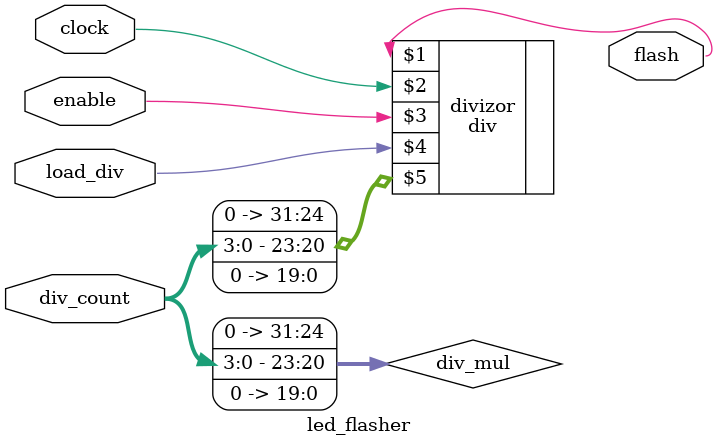
<source format=v>
`timescale 1ns / 1ps


module led_flasher(
    output flash,
    input clock,
    input enable,
    input load_div,
    input [3:0] div_count
    );
    wire [31:0] div_mul;
    
    assign div_mul = div_count << 20;
    
    div divizor(flash, clock, enable, load_div, div_mul);
endmodule

</source>
